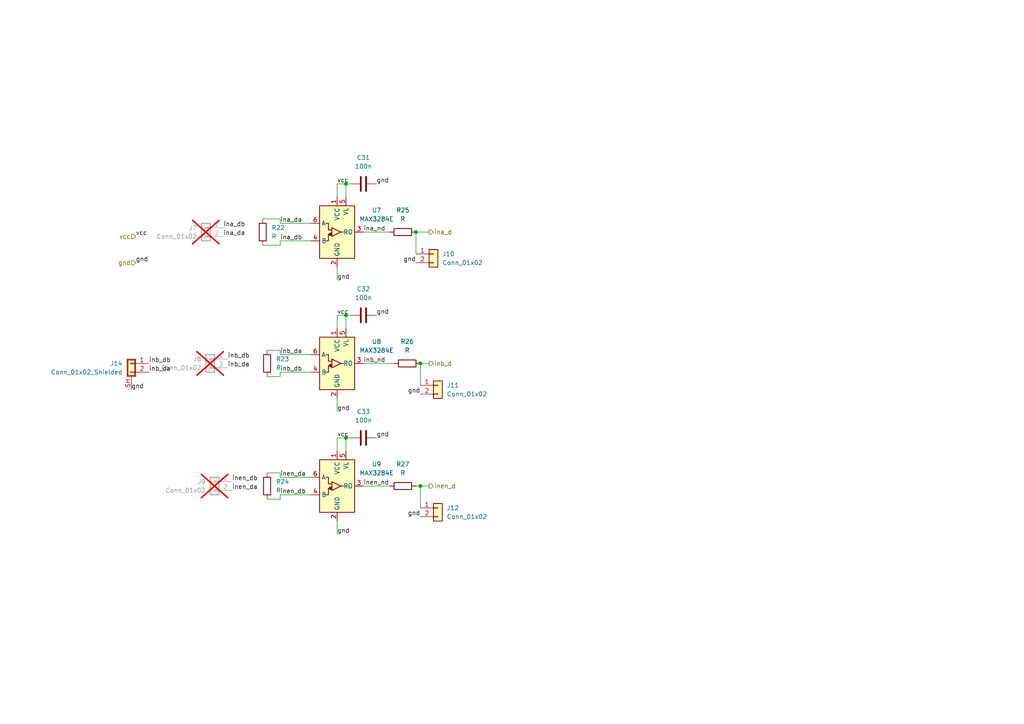
<source format=kicad_sch>
(kicad_sch (version 20231120) (generator "eeschema") (generator_version "8.0")
  (paper "A4")
  (lib_symbols
    (symbol "Connector_Generic:Conn_01x02" (pin_names (offset 1.016) hide)
      (property "Reference" "J" (at 0 2.54 0))
      (property "Value" "Conn_01x02" (at 0 -5.08 0))
      (symbol "Conn_01x02_1_1"
        (rectangle (start -1.27 -2.413) (end 0 -2.667) (stroke (width 0.1524)))
        (rectangle (start -1.27 0.127) (end 0 -0.127) (stroke (width 0.1524)))
        (rectangle (start -1.27 1.27) (end 1.27 -3.81) (stroke (width 0.254)) (fill (type background)))
        (pin passive line (at -5.08 0 0) (length 3.81) (name "Pin_1") (number "1"))
        (pin passive line (at -5.08 -2.54 0) (length 3.81) (name "Pin_2") (number "2"))
      )
    )
    (symbol "Connector_Generic_Shielded:Conn_01x02_Shielded" (pin_names (offset 1.016) hide)
      (property "Reference" "J" (at 0.254 2.286 0))
      (property "Value" "Conn_01x02_Shielded" (at 1.016 -4.826 0))
      (symbol "Conn_01x02_Shielded_1_1"
        (rectangle (start -1.27 1.27) (end 1.27 -3.81) (stroke (width 0.1524)))
        (rectangle (start -1.016 -2.413) (end 0.254 -2.667) (stroke (width 0.1524)))
        (rectangle (start -1.016 0.127) (end 0.254 -0.127) (stroke (width 0.1524)))
        (rectangle (start -1.016 1.016) (end 1.016 -3.556) (stroke (width 0.254)) (fill (type background)))
        (pin passive line (at -5.08 0 0) (length 4.064) (name "Pin_1") (number "1"))
        (pin passive line (at -5.08 -2.54 0) (length 4.064) (name "Pin_2") (number "2"))
        (pin passive line (at 0 -7.62 90) (length 3.81) (name "Shield") (number "SH"))
      )
    )
    (symbol "Device:C" (pin_numbers hide) (pin_names (offset 0.254))
      (property "Reference" "C" (at 0.635 2.54 0))
      (property "Value" "C" (at 0.635 -2.54 0))
      (symbol "C_0_1"
        (polyline (pts (xy -2.032 -0.762) (xy 2.032 -0.762)) (stroke (width 0.508)))
        (polyline (pts (xy -2.032 0.762) (xy 2.032 0.762)) (stroke (width 0.508)))
      )
      (symbol "C_1_1"
        (pin passive line (at 0 3.81 270) (length 2.794) (name "~") (number "1"))
        (pin passive line (at 0 -3.81 90) (length 2.794) (name "~") (number "2"))
      )
    )
    (symbol "Device:R" (pin_numbers hide) (pin_names (offset 0))
      (property "Reference" "R" (at 2.032 0 90))
      (property "Value" "R" (at 0 0 90))
      (symbol "R_0_1"
        (rectangle (start -1.016 -2.54) (end 1.016 2.54) (stroke (width 0.254)))
      )
      (symbol "R_1_1"
        (pin passive line (at 0 3.81 270) (length 1.27) (name "~") (number "1"))
        (pin passive line (at 0 -3.81 90) (length 1.27) (name "~") (number "2"))
      )
    )
    (symbol "Interface_UART:MAX3284E"
      (property "Reference" "U" (at -3.81 8.89 0))
      (property "Value" "MAX3284E" (at 3.81 8.89 0))
      (symbol "MAX3284E_0_1"
        (rectangle (start -5.08 7.62) (end 5.08 -7.62) (stroke (width 0.254)) (fill (type background)))
        (circle (center -1.905 -0.635) (radius 0.3556) (stroke (width 0.254)) (fill (type outline)))
        (rectangle (start -1.524 0.635) (end -1.524 0.635))
        (polyline (pts (xy 1.778 0) (xy 1.016 0)) (stroke (width 0.254)))
        (polyline (pts (xy -1.905 -0.635) (xy -2.54 -0.635) (xy -2.54 -2.54) (xy -3.175 -2.54)) (stroke (width 0.254)))
        (polyline (pts (xy -1.524 0.635) (xy -2.54 0.635) (xy -2.54 2.54) (xy -3.175 2.54)) (stroke (width 0.254)))
        (polyline (pts (xy 1.016 0) (xy -1.524 1.27) (xy -1.524 -1.27) (xy 1.016 0)) (stroke (width 0.254)))
      )
      (symbol "MAX3284E_1_1"
        (pin power_in line (at 0 10.16 270) (length 2.54) (name "VCC") (number "1"))
        (pin power_in line (at 0 -10.16 90) (length 2.54) (name "GND") (number "2"))
        (pin output line (at 7.62 0 180) (length 2.54) (name "RO") (number "3"))
        (pin input line (at -7.62 -2.54 0) (length 2.54) (name "B") (number "4"))
        (pin power_in line (at 2.54 10.16 270) (length 2.54) (name "VL") (number "5"))
        (pin input line (at -7.62 2.54 0) (length 2.54) (name "A") (number "6"))
      )
    )
  )
  (junction (at 100.33 53.34))
  (junction (at 121.92 140.97))
  (junction (at 100.33 127))
  (junction (at 120.65 67.31))
  (junction (at 121.92 105.41))
  (junction (at 100.33 91.44))
  (wire (pts (xy 121.92 105.41) (xy 121.92 111.76)))
  (wire (pts (xy 81.28 64.77) (xy 90.17 64.77)))
  (wire (pts (xy 81.28 64.77) (xy 81.28 63.5)))
  (wire (pts (xy 120.65 67.31) (xy 120.65 73.66)))
  (wire (pts (xy 97.79 53.34) (xy 100.33 53.34)))
  (wire (pts (xy 97.79 127) (xy 100.33 127)))
  (wire (pts (xy 105.41 67.31) (xy 113.03 67.31)))
  (wire (pts (xy 81.28 138.43) (xy 81.28 137.16)))
  (wire (pts (xy 81.28 102.87) (xy 90.17 102.87)))
  (wire (pts (xy 81.28 69.85) (xy 81.28 71.12)))
  (wire (pts (xy 121.92 105.41) (xy 124.46 105.41)))
  (wire (pts (xy 97.79 154.94) (xy 97.79 151.13)))
  (wire (pts (xy 100.33 91.44) (xy 100.33 95.25)))
  (wire (pts (xy 77.47 137.16) (xy 81.28 137.16)))
  (wire (pts (xy 77.47 101.6) (xy 81.28 101.6)))
  (wire (pts (xy 81.28 144.78) (xy 77.47 144.78)))
  (wire (pts (xy 76.2 63.5) (xy 81.28 63.5)))
  (wire (pts (xy 81.28 69.85) (xy 90.17 69.85)))
  (wire (pts (xy 81.28 107.95) (xy 81.28 109.22)))
  (wire (pts (xy 97.79 81.28) (xy 97.79 77.47)))
  (wire (pts (xy 100.33 53.34) (xy 100.33 57.15)))
  (wire (pts (xy 105.41 140.97) (xy 113.03 140.97)))
  (wire (pts (xy 100.33 130.81) (xy 100.33 127)))
  (wire (pts (xy 97.79 119.38) (xy 97.79 115.57)))
  (wire (pts (xy 120.65 67.31) (xy 124.46 67.31)))
  (wire (pts (xy 100.33 91.44) (xy 101.6 91.44)))
  (wire (pts (xy 81.28 138.43) (xy 90.17 138.43)))
  (wire (pts (xy 81.28 143.51) (xy 81.28 144.78)))
  (wire (pts (xy 81.28 109.22) (xy 77.47 109.22)))
  (wire (pts (xy 121.92 140.97) (xy 124.46 140.97)))
  (wire (pts (xy 121.92 140.97) (xy 121.92 147.32)))
  (wire (pts (xy 97.79 91.44) (xy 100.33 91.44)))
  (wire (pts (xy 120.65 140.97) (xy 121.92 140.97)))
  (wire (pts (xy 100.33 53.34) (xy 101.6 53.34)))
  (wire (pts (xy 81.28 102.87) (xy 81.28 101.6)))
  (wire (pts (xy 81.28 107.95) (xy 90.17 107.95)))
  (wire (pts (xy 100.33 127) (xy 101.6 127)))
  (wire (pts (xy 105.41 105.41) (xy 114.3 105.41)))
  (wire (pts (xy 81.28 143.51) (xy 90.17 143.51)))
  (wire (pts (xy 76.2 71.12) (xy 81.28 71.12)))
  (wire (pts (xy 97.79 53.34) (xy 97.79 57.15)))
  (wire (pts (xy 97.79 91.44) (xy 97.79 95.25)))
  (wire (pts (xy 97.79 127) (xy 97.79 130.81)))
  (label "inen_da" (at 81.28 138.43 0))
  (label "gnd" (at 38.1 113.03 0))
  (label "inb_db" (at 81.28 107.95 0))
  (label "inen_db" (at 81.28 143.51 0))
  (label "inen_nd" (at 105.41 140.97 0))
  (label "inb_da" (at 43.18 107.95 0))
  (label "ina_da" (at 81.28 64.77 0))
  (label "vcc" (at 39.37 68.58 0))
  (label "vcc" (at 97.79 91.44 0))
  (label "vcc" (at 97.79 127 0))
  (label "inb_nd" (at 105.41 105.41 0))
  (label "inb_da" (at 81.28 102.87 0))
  (label "vcc" (at 97.79 53.34 0))
  (label "gnd" (at 109.22 91.44 0))
  (label "ina_da" (at 64.77 68.58 0))
  (label "gnd" (at 39.37 76.2 0))
  (label "inen_db" (at 67.31 139.7 0))
  (label "inb_db" (at 43.18 105.41 0))
  (label "gnd" (at 97.79 154.94 0))
  (label "gnd" (at 97.79 81.28 0))
  (label "gnd" (at 120.65 76.2 180))
  (label "ina_db" (at 81.28 69.85 0))
  (label "inen_da" (at 67.31 142.24 0))
  (label "gnd" (at 121.92 149.86 180))
  (label "inb_db" (at 66.04 104.14 0))
  (label "ina_nd" (at 105.41 67.31 0))
  (label "gnd" (at 121.92 114.3 180))
  (label "gnd" (at 97.79 119.38 0))
  (label "inb_da" (at 66.04 106.68 0))
  (label "gnd" (at 109.22 53.34 0))
  (label "ina_db" (at 64.77 66.04 0))
  (label "gnd" (at 109.22 127 0))
  (hierarchical_label "vcc" (shape input) (at 39.37 68.58 180))
  (hierarchical_label "ina_d" (shape output) (at 124.46 67.31 0))
  (hierarchical_label "inb_d" (shape output) (at 124.46 105.41 0))
  (hierarchical_label "inen_d" (shape output) (at 124.46 140.97 0))
  (hierarchical_label "gnd" (shape input) (at 39.37 76.2 180))
  (symbol (lib_id "Connector_Generic_Shielded:Conn_01x02_Shielded") (at 38.1 105.41 0) (mirror y) (unit 1)
    (property "Reference" "J14" (at 35.56 105.4099 0) (effects (justify left)))
    (property "Value" "Conn_01x02_Shielded" (at 35.56 107.9499 0) (effects (justify left)))
    (property "Footprint" "My_Connector:SAMTEC_T1M-02-F-SV-L-P" (effects (hide yes)))
    (property "Description" "Generic shielded connector, single row, 01x02, script generated (kicad-library-utils/schlib/autogen/connector/)" (effects (hide yes)))
  )
  (symbol (lib_id "Device:R") (at 118.11 105.41 90) (unit 1)
    (property "Reference" "R26" (at 118.11 99.06 90))
    (property "Value" "R" (at 118.11 101.6 90))
    (property "Footprint" "Resistor_SMD:R_0603_1608Metric" (effects (hide yes)))
    (property "Description" "Resistor" (effects (hide yes)))
  )
  (symbol (lib_id "Device:R") (at 116.84 140.97 90) (unit 1)
    (property "Reference" "R27" (at 116.84 134.62 90))
    (property "Value" "R" (at 116.84 137.16 90))
    (property "Footprint" "Resistor_SMD:R_0603_1608Metric" (effects (hide yes)))
    (property "Description" "Resistor" (effects (hide yes)))
  )
  (symbol (lib_id "Device:R") (at 116.84 67.31 90) (unit 1)
    (property "Reference" "R25" (at 116.84 60.96 90))
    (property "Value" "R" (at 116.84 63.5 90))
    (property "Footprint" "Resistor_SMD:R_0603_1608Metric" (effects (hide yes)))
    (property "Description" "Resistor" (effects (hide yes)))
  )
  (symbol (lib_id "Connector_Generic:Conn_01x02") (at 127 147.32 0) (unit 1)
    (property "Reference" "J12" (at 129.54 147.3199 0) (effects (justify left)))
    (property "Value" "Conn_01x02" (at 129.54 149.8599 0) (effects (justify left)))
    (property "Footprint" "Connector_PinHeader_2.54mm:PinHeader_1x02_P2.54mm_Vertical" (effects (hide yes)))
    (property "Description" "Generic connector, single row, 01x02, script generated (kicad-library-utils/schlib/autogen/connector/)" (effects (hide yes)))
  )
  (symbol (lib_id "Device:C") (at 105.41 91.44 90) (unit 1)
    (property "Reference" "C32" (at 105.41 83.82 90))
    (property "Value" "100n" (at 105.41 86.36 90))
    (property "Footprint" "Capacitor_SMD:C_0603_1608Metric_Pad1.08x0.95mm_HandSolder" (effects (hide yes)))
    (property "Description" "Unpolarized capacitor" (effects (hide yes)))
  )
  (symbol (lib_id "Connector_Generic:Conn_01x02") (at 127 111.76 0) (unit 1)
    (property "Reference" "J11" (at 129.54 111.7599 0) (effects (justify left)))
    (property "Value" "Conn_01x02" (at 129.54 114.2999 0) (effects (justify left)))
    (property "Footprint" "Connector_PinHeader_2.54mm:PinHeader_1x02_P2.54mm_Vertical" (effects (hide yes)))
    (property "Description" "Generic connector, single row, 01x02, script generated (kicad-library-utils/schlib/autogen/connector/)" (effects (hide yes)))
  )
  (symbol (lib_id "Device:R") (at 77.47 140.97 0) (unit 1)
    (property "Reference" "R24" (at 80.01 139.6999 0) (effects (justify left)))
    (property "Value" "R" (at 80.01 142.2399 0) (effects (justify left)))
    (property "Footprint" "Resistor_SMD:R_0603_1608Metric_Pad0.98x0.95mm_HandSolder" (effects (hide yes)))
    (property "Description" "Resistor" (effects (hide yes)))
  )
  (symbol (lib_id "Connector_Generic:Conn_01x02") (at 59.69 66.04 0) (mirror y) (unit 1) (dnp yes)
    (property "Reference" "J7" (at 57.15 66.0399 0) (effects (justify left)))
    (property "Value" "Conn_01x02" (at 57.15 68.5799 0) (effects (justify left)))
    (property "Footprint" "Connector_PinHeader_2.54mm:PinHeader_1x02_P2.54mm_Vertical" (effects (hide yes)))
    (property "Description" "Generic connector, single row, 01x02, script generated (kicad-library-utils/schlib/autogen/connector/)" (effects (hide yes)))
  )
  (symbol (lib_id "Device:C") (at 105.41 127 90) (unit 1)
    (property "Reference" "C33" (at 105.41 119.38 90))
    (property "Value" "100n" (at 105.41 121.92 90))
    (property "Footprint" "Capacitor_SMD:C_0603_1608Metric_Pad1.08x0.95mm_HandSolder" (effects (hide yes)))
    (property "Description" "Unpolarized capacitor" (effects (hide yes)))
  )
  (symbol (lib_id "Connector_Generic:Conn_01x02") (at 62.23 139.7 0) (mirror y) (unit 1) (dnp yes)
    (property "Reference" "J9" (at 59.69 139.6999 0) (effects (justify left)))
    (property "Value" "Conn_01x02" (at 59.69 142.2399 0) (effects (justify left)))
    (property "Footprint" "Connector_PinHeader_2.54mm:PinHeader_1x02_P2.54mm_Vertical" (effects (hide yes)))
    (property "Description" "Generic connector, single row, 01x02, script generated (kicad-library-utils/schlib/autogen/connector/)" (effects (hide yes)))
  )
  (symbol (lib_id "Connector_Generic:Conn_01x02") (at 125.73 73.66 0) (unit 1)
    (property "Reference" "J10" (at 128.27 73.6599 0) (effects (justify left)))
    (property "Value" "Conn_01x02" (at 128.27 76.1999 0) (effects (justify left)))
    (property "Footprint" "Connector_PinHeader_2.54mm:PinHeader_1x02_P2.54mm_Vertical" (effects (hide yes)))
    (property "Description" "Generic connector, single row, 01x02, script generated (kicad-library-utils/schlib/autogen/connector/)" (effects (hide yes)))
  )
  (symbol (lib_id "Device:R") (at 76.2 67.31 0) (unit 1)
    (property "Reference" "R22" (at 78.74 66.0399 0) (effects (justify left)))
    (property "Value" "R" (at 78.74 68.5799 0) (effects (justify left)))
    (property "Footprint" "Resistor_SMD:R_0603_1608Metric_Pad0.98x0.95mm_HandSolder" (effects (hide yes)))
    (property "Description" "Resistor" (effects (hide yes)))
  )
  (symbol (lib_id "Device:C") (at 105.41 53.34 90) (unit 1)
    (property "Reference" "C31" (at 105.41 45.72 90))
    (property "Value" "100n" (at 105.41 48.26 90))
    (property "Footprint" "Capacitor_SMD:C_0603_1608Metric_Pad1.08x0.95mm_HandSolder" (effects (hide yes)))
    (property "Description" "Unpolarized capacitor" (effects (hide yes)))
  )
  (symbol (lib_id "Interface_UART:MAX3284E") (at 97.79 105.41 0) (unit 1)
    (property "Reference" "U8" (at 109.22 99.0914 0))
    (property "Value" "MAX3284E" (at 109.22 101.6314 0))
    (property "Footprint" "Package_TO_SOT_SMD:SOT-23-6_Handsoldering" (effects (hide yes)))
    (property "Datasheet" "https://datasheets.maximintegrated.com/en/ds/MAX3280E-MAX3284E.pdf" (effects (hide yes)))
    (property "Description" "±15kV ESD-Protected 52Mbps, 3V to 5.5V RS-485/RS-422 True Fail-Safe Receivers, SOT23" (effects (hide yes)))
  )
  (symbol (lib_id "Interface_UART:MAX3284E") (at 97.79 67.31 0) (unit 1)
    (property "Reference" "U7" (at 109.22 60.9914 0))
    (property "Value" "MAX3284E" (at 109.22 63.5314 0))
    (property "Footprint" "Package_TO_SOT_SMD:SOT-23-6_Handsoldering" (effects (hide yes)))
    (property "Datasheet" "https://datasheets.maximintegrated.com/en/ds/MAX3280E-MAX3284E.pdf" (effects (hide yes)))
    (property "Description" "±15kV ESD-Protected 52Mbps, 3V to 5.5V RS-485/RS-422 True Fail-Safe Receivers, SOT23" (effects (hide yes)))
  )
  (symbol (lib_id "Connector_Generic:Conn_01x02") (at 60.96 104.14 0) (mirror y) (unit 1) (dnp yes)
    (property "Reference" "J8" (at 58.42 104.1399 0) (effects (justify left)))
    (property "Value" "Conn_01x02" (at 58.42 106.6799 0) (effects (justify left)))
    (property "Footprint" "Connector_PinHeader_2.54mm:PinHeader_1x02_P2.54mm_Vertical" (effects (hide yes)))
    (property "Description" "Generic connector, single row, 01x02, script generated (kicad-library-utils/schlib/autogen/connector/)" (effects (hide yes)))
  )
  (symbol (lib_id "Interface_UART:MAX3284E") (at 97.79 140.97 0) (unit 1)
    (property "Reference" "U9" (at 109.22 134.6514 0))
    (property "Value" "MAX3284E" (at 109.22 137.1914 0))
    (property "Footprint" "Package_TO_SOT_SMD:SOT-23-6_Handsoldering" (effects (hide yes)))
    (property "Datasheet" "https://datasheets.maximintegrated.com/en/ds/MAX3280E-MAX3284E.pdf" (effects (hide yes)))
    (property "Description" "±15kV ESD-Protected 52Mbps, 3V to 5.5V RS-485/RS-422 True Fail-Safe Receivers, SOT23" (effects (hide yes)))
  )
  (symbol (lib_id "Device:R") (at 77.47 105.41 0) (unit 1)
    (property "Reference" "R23" (at 80.01 104.1399 0) (effects (justify left)))
    (property "Value" "R" (at 80.01 106.6799 0) (effects (justify left)))
    (property "Footprint" "Resistor_SMD:R_0603_1608Metric_Pad0.98x0.95mm_HandSolder" (effects (hide yes)))
    (property "Description" "Resistor" (effects (hide yes)))
  )
)
</source>
